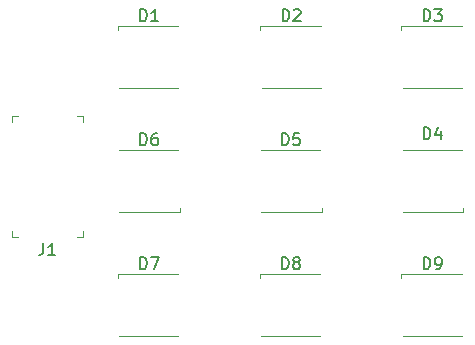
<source format=gbr>
%TF.GenerationSoftware,KiCad,Pcbnew,7.0.5*%
%TF.CreationDate,2023-10-17T21:25:03+03:00*%
%TF.ProjectId,Light,4c696768-742e-46b6-9963-61645f706362,rev?*%
%TF.SameCoordinates,Original*%
%TF.FileFunction,Legend,Top*%
%TF.FilePolarity,Positive*%
%FSLAX46Y46*%
G04 Gerber Fmt 4.6, Leading zero omitted, Abs format (unit mm)*
G04 Created by KiCad (PCBNEW 7.0.5) date 2023-10-17 21:25:03*
%MOMM*%
%LPD*%
G01*
G04 APERTURE LIST*
%ADD10C,0.150000*%
%ADD11C,0.120000*%
%ADD12C,0.100000*%
G04 APERTURE END LIST*
D10*
%TO.C,D9*%
X111261905Y-107454819D02*
X111261905Y-106454819D01*
X111261905Y-106454819D02*
X111500000Y-106454819D01*
X111500000Y-106454819D02*
X111642857Y-106502438D01*
X111642857Y-106502438D02*
X111738095Y-106597676D01*
X111738095Y-106597676D02*
X111785714Y-106692914D01*
X111785714Y-106692914D02*
X111833333Y-106883390D01*
X111833333Y-106883390D02*
X111833333Y-107026247D01*
X111833333Y-107026247D02*
X111785714Y-107216723D01*
X111785714Y-107216723D02*
X111738095Y-107311961D01*
X111738095Y-107311961D02*
X111642857Y-107407200D01*
X111642857Y-107407200D02*
X111500000Y-107454819D01*
X111500000Y-107454819D02*
X111261905Y-107454819D01*
X112309524Y-107454819D02*
X112500000Y-107454819D01*
X112500000Y-107454819D02*
X112595238Y-107407200D01*
X112595238Y-107407200D02*
X112642857Y-107359580D01*
X112642857Y-107359580D02*
X112738095Y-107216723D01*
X112738095Y-107216723D02*
X112785714Y-107026247D01*
X112785714Y-107026247D02*
X112785714Y-106645295D01*
X112785714Y-106645295D02*
X112738095Y-106550057D01*
X112738095Y-106550057D02*
X112690476Y-106502438D01*
X112690476Y-106502438D02*
X112595238Y-106454819D01*
X112595238Y-106454819D02*
X112404762Y-106454819D01*
X112404762Y-106454819D02*
X112309524Y-106502438D01*
X112309524Y-106502438D02*
X112261905Y-106550057D01*
X112261905Y-106550057D02*
X112214286Y-106645295D01*
X112214286Y-106645295D02*
X112214286Y-106883390D01*
X112214286Y-106883390D02*
X112261905Y-106978628D01*
X112261905Y-106978628D02*
X112309524Y-107026247D01*
X112309524Y-107026247D02*
X112404762Y-107073866D01*
X112404762Y-107073866D02*
X112595238Y-107073866D01*
X112595238Y-107073866D02*
X112690476Y-107026247D01*
X112690476Y-107026247D02*
X112738095Y-106978628D01*
X112738095Y-106978628D02*
X112785714Y-106883390D01*
%TO.C,D8*%
X99261905Y-107454819D02*
X99261905Y-106454819D01*
X99261905Y-106454819D02*
X99500000Y-106454819D01*
X99500000Y-106454819D02*
X99642857Y-106502438D01*
X99642857Y-106502438D02*
X99738095Y-106597676D01*
X99738095Y-106597676D02*
X99785714Y-106692914D01*
X99785714Y-106692914D02*
X99833333Y-106883390D01*
X99833333Y-106883390D02*
X99833333Y-107026247D01*
X99833333Y-107026247D02*
X99785714Y-107216723D01*
X99785714Y-107216723D02*
X99738095Y-107311961D01*
X99738095Y-107311961D02*
X99642857Y-107407200D01*
X99642857Y-107407200D02*
X99500000Y-107454819D01*
X99500000Y-107454819D02*
X99261905Y-107454819D01*
X100404762Y-106883390D02*
X100309524Y-106835771D01*
X100309524Y-106835771D02*
X100261905Y-106788152D01*
X100261905Y-106788152D02*
X100214286Y-106692914D01*
X100214286Y-106692914D02*
X100214286Y-106645295D01*
X100214286Y-106645295D02*
X100261905Y-106550057D01*
X100261905Y-106550057D02*
X100309524Y-106502438D01*
X100309524Y-106502438D02*
X100404762Y-106454819D01*
X100404762Y-106454819D02*
X100595238Y-106454819D01*
X100595238Y-106454819D02*
X100690476Y-106502438D01*
X100690476Y-106502438D02*
X100738095Y-106550057D01*
X100738095Y-106550057D02*
X100785714Y-106645295D01*
X100785714Y-106645295D02*
X100785714Y-106692914D01*
X100785714Y-106692914D02*
X100738095Y-106788152D01*
X100738095Y-106788152D02*
X100690476Y-106835771D01*
X100690476Y-106835771D02*
X100595238Y-106883390D01*
X100595238Y-106883390D02*
X100404762Y-106883390D01*
X100404762Y-106883390D02*
X100309524Y-106931009D01*
X100309524Y-106931009D02*
X100261905Y-106978628D01*
X100261905Y-106978628D02*
X100214286Y-107073866D01*
X100214286Y-107073866D02*
X100214286Y-107264342D01*
X100214286Y-107264342D02*
X100261905Y-107359580D01*
X100261905Y-107359580D02*
X100309524Y-107407200D01*
X100309524Y-107407200D02*
X100404762Y-107454819D01*
X100404762Y-107454819D02*
X100595238Y-107454819D01*
X100595238Y-107454819D02*
X100690476Y-107407200D01*
X100690476Y-107407200D02*
X100738095Y-107359580D01*
X100738095Y-107359580D02*
X100785714Y-107264342D01*
X100785714Y-107264342D02*
X100785714Y-107073866D01*
X100785714Y-107073866D02*
X100738095Y-106978628D01*
X100738095Y-106978628D02*
X100690476Y-106931009D01*
X100690476Y-106931009D02*
X100595238Y-106883390D01*
%TO.C,D7*%
X87261905Y-107454819D02*
X87261905Y-106454819D01*
X87261905Y-106454819D02*
X87500000Y-106454819D01*
X87500000Y-106454819D02*
X87642857Y-106502438D01*
X87642857Y-106502438D02*
X87738095Y-106597676D01*
X87738095Y-106597676D02*
X87785714Y-106692914D01*
X87785714Y-106692914D02*
X87833333Y-106883390D01*
X87833333Y-106883390D02*
X87833333Y-107026247D01*
X87833333Y-107026247D02*
X87785714Y-107216723D01*
X87785714Y-107216723D02*
X87738095Y-107311961D01*
X87738095Y-107311961D02*
X87642857Y-107407200D01*
X87642857Y-107407200D02*
X87500000Y-107454819D01*
X87500000Y-107454819D02*
X87261905Y-107454819D01*
X88166667Y-106454819D02*
X88833333Y-106454819D01*
X88833333Y-106454819D02*
X88404762Y-107454819D01*
%TO.C,D1*%
X87261905Y-86454819D02*
X87261905Y-85454819D01*
X87261905Y-85454819D02*
X87500000Y-85454819D01*
X87500000Y-85454819D02*
X87642857Y-85502438D01*
X87642857Y-85502438D02*
X87738095Y-85597676D01*
X87738095Y-85597676D02*
X87785714Y-85692914D01*
X87785714Y-85692914D02*
X87833333Y-85883390D01*
X87833333Y-85883390D02*
X87833333Y-86026247D01*
X87833333Y-86026247D02*
X87785714Y-86216723D01*
X87785714Y-86216723D02*
X87738095Y-86311961D01*
X87738095Y-86311961D02*
X87642857Y-86407200D01*
X87642857Y-86407200D02*
X87500000Y-86454819D01*
X87500000Y-86454819D02*
X87261905Y-86454819D01*
X88785714Y-86454819D02*
X88214286Y-86454819D01*
X88500000Y-86454819D02*
X88500000Y-85454819D01*
X88500000Y-85454819D02*
X88404762Y-85597676D01*
X88404762Y-85597676D02*
X88309524Y-85692914D01*
X88309524Y-85692914D02*
X88214286Y-85740533D01*
%TO.C,D3*%
X111261905Y-86454819D02*
X111261905Y-85454819D01*
X111261905Y-85454819D02*
X111500000Y-85454819D01*
X111500000Y-85454819D02*
X111642857Y-85502438D01*
X111642857Y-85502438D02*
X111738095Y-85597676D01*
X111738095Y-85597676D02*
X111785714Y-85692914D01*
X111785714Y-85692914D02*
X111833333Y-85883390D01*
X111833333Y-85883390D02*
X111833333Y-86026247D01*
X111833333Y-86026247D02*
X111785714Y-86216723D01*
X111785714Y-86216723D02*
X111738095Y-86311961D01*
X111738095Y-86311961D02*
X111642857Y-86407200D01*
X111642857Y-86407200D02*
X111500000Y-86454819D01*
X111500000Y-86454819D02*
X111261905Y-86454819D01*
X112166667Y-85454819D02*
X112785714Y-85454819D01*
X112785714Y-85454819D02*
X112452381Y-85835771D01*
X112452381Y-85835771D02*
X112595238Y-85835771D01*
X112595238Y-85835771D02*
X112690476Y-85883390D01*
X112690476Y-85883390D02*
X112738095Y-85931009D01*
X112738095Y-85931009D02*
X112785714Y-86026247D01*
X112785714Y-86026247D02*
X112785714Y-86264342D01*
X112785714Y-86264342D02*
X112738095Y-86359580D01*
X112738095Y-86359580D02*
X112690476Y-86407200D01*
X112690476Y-86407200D02*
X112595238Y-86454819D01*
X112595238Y-86454819D02*
X112309524Y-86454819D01*
X112309524Y-86454819D02*
X112214286Y-86407200D01*
X112214286Y-86407200D02*
X112166667Y-86359580D01*
%TO.C,J1*%
X79066666Y-105254819D02*
X79066666Y-105969104D01*
X79066666Y-105969104D02*
X79019047Y-106111961D01*
X79019047Y-106111961D02*
X78923809Y-106207200D01*
X78923809Y-106207200D02*
X78780952Y-106254819D01*
X78780952Y-106254819D02*
X78685714Y-106254819D01*
X80066666Y-106254819D02*
X79495238Y-106254819D01*
X79780952Y-106254819D02*
X79780952Y-105254819D01*
X79780952Y-105254819D02*
X79685714Y-105397676D01*
X79685714Y-105397676D02*
X79590476Y-105492914D01*
X79590476Y-105492914D02*
X79495238Y-105540533D01*
%TO.C,D5*%
X99261905Y-96954819D02*
X99261905Y-95954819D01*
X99261905Y-95954819D02*
X99500000Y-95954819D01*
X99500000Y-95954819D02*
X99642857Y-96002438D01*
X99642857Y-96002438D02*
X99738095Y-96097676D01*
X99738095Y-96097676D02*
X99785714Y-96192914D01*
X99785714Y-96192914D02*
X99833333Y-96383390D01*
X99833333Y-96383390D02*
X99833333Y-96526247D01*
X99833333Y-96526247D02*
X99785714Y-96716723D01*
X99785714Y-96716723D02*
X99738095Y-96811961D01*
X99738095Y-96811961D02*
X99642857Y-96907200D01*
X99642857Y-96907200D02*
X99500000Y-96954819D01*
X99500000Y-96954819D02*
X99261905Y-96954819D01*
X100738095Y-95954819D02*
X100261905Y-95954819D01*
X100261905Y-95954819D02*
X100214286Y-96431009D01*
X100214286Y-96431009D02*
X100261905Y-96383390D01*
X100261905Y-96383390D02*
X100357143Y-96335771D01*
X100357143Y-96335771D02*
X100595238Y-96335771D01*
X100595238Y-96335771D02*
X100690476Y-96383390D01*
X100690476Y-96383390D02*
X100738095Y-96431009D01*
X100738095Y-96431009D02*
X100785714Y-96526247D01*
X100785714Y-96526247D02*
X100785714Y-96764342D01*
X100785714Y-96764342D02*
X100738095Y-96859580D01*
X100738095Y-96859580D02*
X100690476Y-96907200D01*
X100690476Y-96907200D02*
X100595238Y-96954819D01*
X100595238Y-96954819D02*
X100357143Y-96954819D01*
X100357143Y-96954819D02*
X100261905Y-96907200D01*
X100261905Y-96907200D02*
X100214286Y-96859580D01*
%TO.C,D2*%
X99311905Y-86454819D02*
X99311905Y-85454819D01*
X99311905Y-85454819D02*
X99550000Y-85454819D01*
X99550000Y-85454819D02*
X99692857Y-85502438D01*
X99692857Y-85502438D02*
X99788095Y-85597676D01*
X99788095Y-85597676D02*
X99835714Y-85692914D01*
X99835714Y-85692914D02*
X99883333Y-85883390D01*
X99883333Y-85883390D02*
X99883333Y-86026247D01*
X99883333Y-86026247D02*
X99835714Y-86216723D01*
X99835714Y-86216723D02*
X99788095Y-86311961D01*
X99788095Y-86311961D02*
X99692857Y-86407200D01*
X99692857Y-86407200D02*
X99550000Y-86454819D01*
X99550000Y-86454819D02*
X99311905Y-86454819D01*
X100264286Y-85550057D02*
X100311905Y-85502438D01*
X100311905Y-85502438D02*
X100407143Y-85454819D01*
X100407143Y-85454819D02*
X100645238Y-85454819D01*
X100645238Y-85454819D02*
X100740476Y-85502438D01*
X100740476Y-85502438D02*
X100788095Y-85550057D01*
X100788095Y-85550057D02*
X100835714Y-85645295D01*
X100835714Y-85645295D02*
X100835714Y-85740533D01*
X100835714Y-85740533D02*
X100788095Y-85883390D01*
X100788095Y-85883390D02*
X100216667Y-86454819D01*
X100216667Y-86454819D02*
X100835714Y-86454819D01*
%TO.C,D6*%
X87261905Y-96954819D02*
X87261905Y-95954819D01*
X87261905Y-95954819D02*
X87500000Y-95954819D01*
X87500000Y-95954819D02*
X87642857Y-96002438D01*
X87642857Y-96002438D02*
X87738095Y-96097676D01*
X87738095Y-96097676D02*
X87785714Y-96192914D01*
X87785714Y-96192914D02*
X87833333Y-96383390D01*
X87833333Y-96383390D02*
X87833333Y-96526247D01*
X87833333Y-96526247D02*
X87785714Y-96716723D01*
X87785714Y-96716723D02*
X87738095Y-96811961D01*
X87738095Y-96811961D02*
X87642857Y-96907200D01*
X87642857Y-96907200D02*
X87500000Y-96954819D01*
X87500000Y-96954819D02*
X87261905Y-96954819D01*
X88690476Y-95954819D02*
X88500000Y-95954819D01*
X88500000Y-95954819D02*
X88404762Y-96002438D01*
X88404762Y-96002438D02*
X88357143Y-96050057D01*
X88357143Y-96050057D02*
X88261905Y-96192914D01*
X88261905Y-96192914D02*
X88214286Y-96383390D01*
X88214286Y-96383390D02*
X88214286Y-96764342D01*
X88214286Y-96764342D02*
X88261905Y-96859580D01*
X88261905Y-96859580D02*
X88309524Y-96907200D01*
X88309524Y-96907200D02*
X88404762Y-96954819D01*
X88404762Y-96954819D02*
X88595238Y-96954819D01*
X88595238Y-96954819D02*
X88690476Y-96907200D01*
X88690476Y-96907200D02*
X88738095Y-96859580D01*
X88738095Y-96859580D02*
X88785714Y-96764342D01*
X88785714Y-96764342D02*
X88785714Y-96526247D01*
X88785714Y-96526247D02*
X88738095Y-96431009D01*
X88738095Y-96431009D02*
X88690476Y-96383390D01*
X88690476Y-96383390D02*
X88595238Y-96335771D01*
X88595238Y-96335771D02*
X88404762Y-96335771D01*
X88404762Y-96335771D02*
X88309524Y-96383390D01*
X88309524Y-96383390D02*
X88261905Y-96431009D01*
X88261905Y-96431009D02*
X88214286Y-96526247D01*
%TO.C,D4*%
X111261905Y-96454819D02*
X111261905Y-95454819D01*
X111261905Y-95454819D02*
X111500000Y-95454819D01*
X111500000Y-95454819D02*
X111642857Y-95502438D01*
X111642857Y-95502438D02*
X111738095Y-95597676D01*
X111738095Y-95597676D02*
X111785714Y-95692914D01*
X111785714Y-95692914D02*
X111833333Y-95883390D01*
X111833333Y-95883390D02*
X111833333Y-96026247D01*
X111833333Y-96026247D02*
X111785714Y-96216723D01*
X111785714Y-96216723D02*
X111738095Y-96311961D01*
X111738095Y-96311961D02*
X111642857Y-96407200D01*
X111642857Y-96407200D02*
X111500000Y-96454819D01*
X111500000Y-96454819D02*
X111261905Y-96454819D01*
X112690476Y-95788152D02*
X112690476Y-96454819D01*
X112452381Y-95407200D02*
X112214286Y-96121485D01*
X112214286Y-96121485D02*
X112833333Y-96121485D01*
D11*
%TO.C,D9*%
X109380000Y-107880000D02*
X114500000Y-107880000D01*
X109380000Y-108200000D02*
X109380000Y-107880000D01*
X109500000Y-113120000D02*
X114500000Y-113120000D01*
%TO.C,D8*%
X97380000Y-107880000D02*
X102500000Y-107880000D01*
X97380000Y-108200000D02*
X97380000Y-107880000D01*
X97500000Y-113120000D02*
X102500000Y-113120000D01*
%TO.C,D7*%
X85380000Y-107880000D02*
X90500000Y-107880000D01*
X85380000Y-108200000D02*
X85380000Y-107880000D01*
X85500000Y-113120000D02*
X90500000Y-113120000D01*
%TO.C,D1*%
X85380000Y-86880000D02*
X90500000Y-86880000D01*
X85380000Y-87200000D02*
X85380000Y-86880000D01*
X85500000Y-92120000D02*
X90500000Y-92120000D01*
%TO.C,D3*%
X109380000Y-86880000D02*
X114500000Y-86880000D01*
X109380000Y-87200000D02*
X109380000Y-86880000D01*
X109500000Y-92120000D02*
X114500000Y-92120000D01*
D12*
%TO.C,J1*%
X76400000Y-104700000D02*
X76900000Y-104700000D01*
X76400000Y-104700000D02*
X76400000Y-104200000D01*
X82400000Y-104700000D02*
X81900000Y-104700000D01*
X82400000Y-104700000D02*
X82400000Y-104200000D01*
X76400000Y-94500000D02*
X76400000Y-95000000D01*
X76400000Y-94500000D02*
X76900000Y-94500000D01*
X82400000Y-94500000D02*
X82400000Y-95000000D01*
X82400000Y-94500000D02*
X81900000Y-94500000D01*
D11*
%TO.C,D5*%
X102620000Y-102620000D02*
X97500000Y-102620000D01*
X102620000Y-102300000D02*
X102620000Y-102620000D01*
X102500000Y-97380000D02*
X97500000Y-97380000D01*
%TO.C,D2*%
X97430000Y-86880000D02*
X102550000Y-86880000D01*
X97430000Y-87200000D02*
X97430000Y-86880000D01*
X97550000Y-92120000D02*
X102550000Y-92120000D01*
%TO.C,D6*%
X90620000Y-102620000D02*
X85500000Y-102620000D01*
X90620000Y-102300000D02*
X90620000Y-102620000D01*
X90500000Y-97380000D02*
X85500000Y-97380000D01*
%TO.C,D4*%
X114620000Y-102620000D02*
X109500000Y-102620000D01*
X114620000Y-102300000D02*
X114620000Y-102620000D01*
X114500000Y-97380000D02*
X109500000Y-97380000D01*
%TD*%
M02*

</source>
